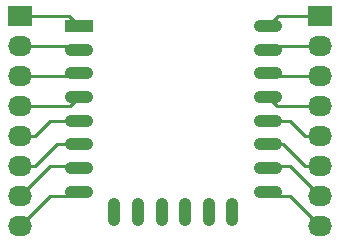
<source format=gbr>
G04 #@! TF.FileFunction,Copper,L1,Top,Signal*
%FSLAX46Y46*%
G04 Gerber Fmt 4.6, Leading zero omitted, Abs format (unit mm)*
G04 Created by KiCad (PCBNEW 4.0.2-stable) date Tuesday, July 26, 2016 'PMt' 11:39:25 PM*
%MOMM*%
G01*
G04 APERTURE LIST*
%ADD10C,0.100000*%
%ADD11O,1.100000X2.400000*%
%ADD12R,2.400000X1.100000*%
%ADD13O,2.400000X1.100000*%
%ADD14R,2.032000X1.727200*%
%ADD15O,2.032000X1.727200*%
%ADD16C,0.250000*%
G04 APERTURE END LIST*
D10*
D11*
X150221100Y-120753600D03*
X152221100Y-120753600D03*
X154221100Y-120753600D03*
X156221100Y-120753600D03*
X158221100Y-120753600D03*
X160221100Y-120753600D03*
D12*
X147231100Y-105003600D03*
D13*
X147231100Y-107003600D03*
X147231100Y-109003600D03*
X147231100Y-111003600D03*
X147231100Y-113003600D03*
X147231100Y-115003600D03*
X147231100Y-117003600D03*
X147231100Y-119003600D03*
X163231100Y-119003600D03*
X163231100Y-117003600D03*
X163231100Y-115003600D03*
X163231100Y-113003600D03*
X163231100Y-111003600D03*
X163231100Y-109003600D03*
X163231100Y-107003600D03*
X163231100Y-105003600D03*
D14*
X142240000Y-104140000D03*
D15*
X142240000Y-106680000D03*
X142240000Y-109220000D03*
X142240000Y-111760000D03*
X142240000Y-114300000D03*
X142240000Y-116840000D03*
X142240000Y-119380000D03*
X142240000Y-121920000D03*
D14*
X167640000Y-104140000D03*
D15*
X167640000Y-106680000D03*
X167640000Y-109220000D03*
X167640000Y-111760000D03*
X167640000Y-114300000D03*
X167640000Y-116840000D03*
X167640000Y-119380000D03*
X167640000Y-121920000D03*
D16*
X142240000Y-104140000D02*
X146367500Y-104140000D01*
X146367500Y-104140000D02*
X147231100Y-105003600D01*
X142240000Y-106680000D02*
X146907500Y-106680000D01*
X146907500Y-106680000D02*
X147231100Y-107003600D01*
X142240000Y-109220000D02*
X147014700Y-109220000D01*
X147014700Y-109220000D02*
X147231100Y-109003600D01*
X142240000Y-111760000D02*
X146474700Y-111760000D01*
X146474700Y-111760000D02*
X147231100Y-111003600D01*
X142240000Y-114300000D02*
X143510000Y-114300000D01*
X144806400Y-113003600D02*
X147231100Y-113003600D01*
X143510000Y-114300000D02*
X144806400Y-113003600D01*
X142240000Y-116840000D02*
X143510000Y-116840000D01*
X145346400Y-115003600D02*
X147231100Y-115003600D01*
X143510000Y-116840000D02*
X145346400Y-115003600D01*
X142240000Y-119380000D02*
X144780000Y-116840000D01*
X144780000Y-116840000D02*
X147067500Y-116840000D01*
X147067500Y-116840000D02*
X147231100Y-117003600D01*
X142240000Y-121920000D02*
X144780000Y-119380000D01*
X144780000Y-119380000D02*
X146854700Y-119380000D01*
X146854700Y-119380000D02*
X147231100Y-119003600D01*
X167640000Y-104140000D02*
X164094700Y-104140000D01*
X164094700Y-104140000D02*
X163231100Y-105003600D01*
X167640000Y-106680000D02*
X163554700Y-106680000D01*
X163554700Y-106680000D02*
X163231100Y-107003600D01*
X167640000Y-109220000D02*
X163447500Y-109220000D01*
X163447500Y-109220000D02*
X163231100Y-109003600D01*
X167640000Y-111760000D02*
X163987500Y-111760000D01*
X163987500Y-111760000D02*
X163231100Y-111003600D01*
X167640000Y-114300000D02*
X166370000Y-114300000D01*
X165073600Y-113003600D02*
X163231100Y-113003600D01*
X166370000Y-114300000D02*
X165073600Y-113003600D01*
X167640000Y-116840000D02*
X166370000Y-116840000D01*
X164533600Y-115003600D02*
X163231100Y-115003600D01*
X166370000Y-116840000D02*
X164533600Y-115003600D01*
X167640000Y-119380000D02*
X165100000Y-116840000D01*
X165100000Y-116840000D02*
X163394700Y-116840000D01*
X163394700Y-116840000D02*
X163231100Y-117003600D01*
X167640000Y-121920000D02*
X165100000Y-119380000D01*
X165100000Y-119380000D02*
X163607500Y-119380000D01*
X163607500Y-119380000D02*
X163231100Y-119003600D01*
M02*

</source>
